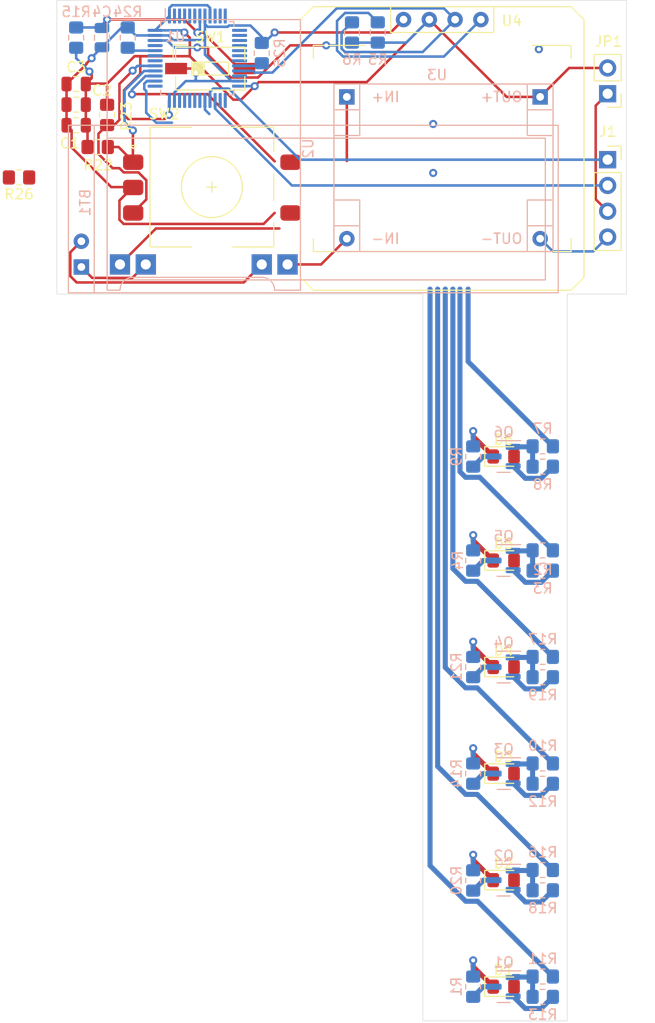
<source format=kicad_pcb>
(kicad_pcb (version 20211014) (generator pcbnew)
  (layers (0 "F.Cu" signal) (31 "B.Cu" signal) (34 "B.Paste" user) (35 "F.Paste" user) (36 "B.SilkS" user "B.Silkscreen") (37 "F.SilkS" user "F.Silkscreen") (38 "B.Mask" user) (39 "F.Mask" user) (44 "Edge.Cuts" user))
  (net 0 "")
  (net 1 "BAT-")
  (net 2 "BAT+")
  (net 3 "GND")
  (net 4 "+3V3")
  (net 5 "Reset")
  (net 6 "Net-(D1-Pad1)")
  (net 7 "Net-(D2-Pad1)")
  (net 8 "Net-(D3-Pad1)")
  (net 9 "Net-(D4-Pad1)")
  (net 10 "Net-(D5-Pad1)")
  (net 11 "Net-(D6-Pad1)")
  (net 12 "VDD")
  (net 13 "DCLK")
  (net 14 "DIO")
  (net 15 "S5")
  (net 16 "SDA")
  (net 17 "SCL")
  (net 18 "S6")
  (net 19 "S3")
  (net 20 "S1")
  (net 21 "S2")
  (net 22 "S4")
  (net 23 "ENC_CLK")
  (net 24 "ENC_DT")
  (net 25 "Net-(R24-Pad1)")
  (net 26 "Net-(R25-Pad2)")
  (net 27 "ENC_BTN")
  (net 50 "CONN+")
  (net 51 "CONN-")
  (net 53 "DSP_SCL")
  (net 54 "DSP_SDA")
  (net 55 "Net-(Q1-Pad1)")
  (net 56 "Net-(Q1-Pad3)")
  (net 57 "Net-(Q2-Pad1)")
  (net 58 "Net-(Q2-Pad3)")
  (net 59 "Net-(Q3-Pad1)")
  (net 60 "Net-(Q3-Pad3)")
  (net 61 "Net-(Q4-Pad1)")
  (net 62 "Net-(Q4-Pad3)")
  (net 63 "Net-(Q5-Pad1)")
  (net 64 "Net-(Q5-Pad3)")
  (net 65 "Net-(Q6-Pad1)")
  (net 66 "Net-(Q6-Pad3)")
  (footprint "Capacitor_SMD:C_0805_2012Metric" (layer "F.Cu") (at 65.532 59.944 180)
    (fp_text reference "C1")
    (fp_text value "C")
  )
  (footprint "Capacitor_SMD:C_0805_2012Metric" (layer "F.Cu") (at 65.532 57.912 180)
    (fp_text reference "C2")
    (fp_text value "C")
  )
  (footprint "Capacitor_SMD:C_0805_2012Metric" (layer "F.Cu") (at 65.532 55.88 180)
    (fp_text reference "C3")
    (fp_text value "C")
  )
  (footprint "LED_SMD:LED_0805_2012Metric_Pad1.15x1.40mm_HandSolder" (layer "F.Cu") (at 107.651 123.837)
    (fp_text reference "D3")
    (fp_text value "LED")
  )
  (footprint "LED_SMD:LED_0805_2012Metric_Pad1.15x1.40mm_HandSolder" (layer "F.Cu") (at 107.651 134.337)
    (fp_text reference "D2")
    (fp_text value "LED")
  )
  (footprint "LED_SMD:LED_0805_2012Metric_Pad1.15x1.40mm_HandSolder" (layer "F.Cu") (at 107.651 113.337)
    (fp_text reference "D4")
    (fp_text value "LED")
  )
  (footprint "Resistor_SMD:R_0805_2012Metric_Pad1.20x1.40mm_HandSolder" (layer "F.Cu") (at 68.58 58.928 -90)
    (fp_text reference "R23")
    (fp_text value "10k")
  )
  (footprint "LED_SMD:LED_0805_2012Metric_Pad1.15x1.40mm_HandSolder" (layer "F.Cu") (at 107.651 102.837)
    (fp_text reference "D5")
    (fp_text value "LED")
  )
  (footprint "LED_SMD:LED_0805_2012Metric_Pad1.15x1.40mm_HandSolder" (layer "F.Cu") (at 107.651 144.837)
    (fp_text reference "D1")
    (fp_text value "LED")
  )
  (footprint "tuner_components:AOC320" (layer "F.Cu") (at 101.6 62.23)
    (fp_text reference "U4")
    (fp_text value "AOC320")
  )
  (footprint "Button_Switch_SMD:SW_DIP_SPSTx01_Slide_6.7x4.1mm_W6.73mm_P2.54mm_LowProfile_JPin" (layer "F.Cu") (at 78.74 54.356)
    (fp_text reference "SW1")
    (fp_text value "SW_DIP_x01")
  )
  (footprint "Resistor_SMD:R_0805_2012Metric_Pad1.20x1.40mm_HandSolder" (layer "F.Cu") (at 67.651 62.087)
    (fp_text reference "R22")
    (fp_text value "10k")
  )
  (footprint "Connector_PinHeader_2.54mm:PinHeader_1x02_P2.54mm_Vertical" (layer "F.Cu") (at 117.901 56.837 180)
    (fp_text reference "JP1")
    (fp_text value "Jumper_2_Bridged")
  )
  (footprint "Connector_PinSocket_2.54mm:PinSocket_1x04_P2.54mm_Vertical" (layer "F.Cu") (at 117.901 63.337)
    (fp_text reference "J1")
    (fp_text value "Conn_01x04")
  )
  (footprint "LED_SMD:LED_0805_2012Metric_Pad1.15x1.40mm_HandSolder" (layer "F.Cu") (at 107.651 92.587)
    (fp_text reference "D6")
    (fp_text value "LED")
  )
  (footprint "tuner_components:EC1102S-4A-F1" (layer "F.Cu") (at 78.901 66.087)
    (fp_text reference "SW2")
    (fp_text value "Rotary_Encoder_Switch")
  )
  (footprint "Resistor_SMD:R_0805_2012Metric_Pad1.20x1.40mm_HandSolder" (layer "F.Cu") (at 59.901 65.087 180)
    (fp_text reference "R26")
    (fp_text value "10k")
  )
  (footprint "Resistor_SMD:R_0805_2012Metric_Pad1.20x1.40mm_HandSolder" (layer "B.Cu") (at 111.506 101.837)
    (fp_text reference "R2")
    (fp_text value "100")
  )
  (footprint "Resistor_SMD:R_0805_2012Metric_Pad1.20x1.40mm_HandSolder" (layer "B.Cu") (at 111.506 103.837 180)
    (fp_text reference "R3")
    (fp_text value "100k")
  )
  (footprint "Resistor_SMD:R_0805_2012Metric_Pad1.20x1.40mm_HandSolder" (layer "B.Cu") (at 104.651 102.837 -90)
    (fp_text reference "R4")
    (fp_text value "100")
  )
  (footprint "Resistor_SMD:R_0805_2012Metric_Pad1.20x1.40mm_HandSolder" (layer "B.Cu") (at 92.71 50.8 -90)
    (fp_text reference "R6")
    (fp_text value "10k")
  )
  (footprint "Resistor_SMD:R_0805_2012Metric_Pad1.20x1.40mm_HandSolder" (layer "B.Cu") (at 111.506 122.837)
    (fp_text reference "R10")
    (fp_text value "100")
  )
  (footprint "Resistor_SMD:R_0805_2012Metric_Pad1.20x1.40mm_HandSolder" (layer "B.Cu") (at 111.506 143.837)
    (fp_text reference "R11")
    (fp_text value "100")
  )
  (footprint "Resistor_SMD:R_0805_2012Metric_Pad1.20x1.40mm_HandSolder" (layer "B.Cu") (at 111.506 124.837 180)
    (fp_text reference "R12")
    (fp_text value "100k")
  )
  (footprint "Resistor_SMD:R_0805_2012Metric_Pad1.20x1.40mm_HandSolder" (layer "B.Cu") (at 104.651 123.837 -90)
    (fp_text reference "R14")
    (fp_text value "100")
  )
  (footprint "Resistor_SMD:R_0805_2012Metric_Pad1.20x1.40mm_HandSolder" (layer "B.Cu") (at 111.506 112.337)
    (fp_text reference "R17")
    (fp_text value "100")
  )
  (footprint "Resistor_SMD:R_0805_2012Metric_Pad1.20x1.40mm_HandSolder" (layer "B.Cu") (at 111.506 135.337 180)
    (fp_text reference "R18")
    (fp_text value "100k")
  )
  (footprint "Resistor_SMD:R_0805_2012Metric_Pad1.20x1.40mm_HandSolder" (layer "B.Cu") (at 111.506 114.337 180)
    (fp_text reference "R19")
    (fp_text value "100k")
  )
  (footprint "Resistor_SMD:R_0805_2012Metric_Pad1.20x1.40mm_HandSolder" (layer "B.Cu") (at 104.651 134.366 -90)
    (fp_text reference "R20")
    (fp_text value "100")
  )
  (footprint "Resistor_SMD:R_0805_2012Metric_Pad1.20x1.40mm_HandSolder" (layer "B.Cu") (at 104.651 113.337 -90)
    (fp_text reference "R21")
    (fp_text value "100")
  )
  (footprint "Resistor_SMD:R_0805_2012Metric_Pad1.20x1.40mm_HandSolder" (layer "B.Cu") (at 70.612 51.308 90)
    (fp_text reference "R24")
    (fp_text value "100k")
  )
  (footprint "Resistor_SMD:R_0805_2012Metric_Pad1.20x1.40mm_HandSolder" (layer "B.Cu") (at 83.82 52.832 -90)
    (fp_text reference "R25")
    (fp_text value "100k")
  )
  (footprint "Resistor_SMD:R_0805_2012Metric_Pad1.20x1.40mm_HandSolder" (layer "B.Cu") (at 111.506 133.337)
    (fp_text reference "R16")
    (fp_text value "100")
  )
  (footprint "Capacitor_SMD:C_0805_2012Metric" (layer "B.Cu") (at 68.072 51.308 -90)
    (fp_text reference "C4")
    (fp_text value "C")
  )
  (footprint "Resistor_SMD:R_0805_2012Metric_Pad1.20x1.40mm_HandSolder" (layer "B.Cu") (at 104.651 144.837 -90)
    (fp_text reference "R1")
    (fp_text value "100")
  )
  (footprint "Resistor_SMD:R_0805_2012Metric_Pad1.20x1.40mm_HandSolder" (layer "B.Cu") (at 111.506 145.837 180)
    (fp_text reference "R13")
    (fp_text value "100k")
  )
  (footprint "tuner_components:TP4056" (layer "B.Cu") (at 77.47 62.23 -90)
    (fp_text reference "U2")
    (fp_text value "TP4056")
  )
  (footprint "Resistor_SMD:R_0805_2012Metric_Pad1.20x1.40mm_HandSolder" (layer "B.Cu") (at 95.25 50.8 -90)
    (fp_text reference "R5")
    (fp_text value "10k")
  )
  (footprint "Package_QFP:LQFP-48_7x7mm_P0.5mm" (layer "B.Cu") (at 77.47 53.34 -90)
    (fp_text reference "U1")
    (fp_text value "STM32F103C8Tx")
  )
  (footprint "tuner_components:MP1584EN" (layer "B.Cu") (at 101.092 64.77)
    (fp_text reference "U3")
    (fp_text value "MP1584EN")
  )
  (footprint "Resistor_SMD:R_0805_2012Metric_Pad1.20x1.40mm_HandSolder" (layer "B.Cu") (at 65.532 51.308 90)
    (fp_text reference "R15")
    (fp_text value "100")
  )
  (footprint "tuner_components:RAC163" (layer "B.Cu") (at 90.17 67.564 180)
    (fp_text reference "BT1")
    (fp_text value "Battery")
  )
  (footprint "Resistor_SMD:R_0805_2012Metric_Pad1.20x1.40mm_HandSolder" (layer "B.Cu") (at 111.506 91.587)
    (fp_text reference "R7")
    (fp_text value "100")
  )
  (footprint "Resistor_SMD:R_0805_2012Metric_Pad1.20x1.40mm_HandSolder" (layer "B.Cu") (at 104.651 92.587 -90)
    (fp_text reference "R9")
    (fp_text value "100")
  )
  (footprint "Resistor_SMD:R_0805_2012Metric_Pad1.20x1.40mm_HandSolder" (layer "B.Cu") (at 111.506 93.587 180)
    (fp_text reference "R8")
    (fp_text value "100k")
  )
  (footprint "Package_TO_SOT_SMD:SOT-23" (layer "B.Cu") (at 107.651 92.587 180)
    (fp_text reference "Q6")
    (fp_text value "2N7002")
  )
  (footprint "Package_TO_SOT_SMD:SOT-23" (layer "B.Cu") (at 107.651 123.837 180)
    (fp_text reference "Q3")
    (fp_text value "2N7002")
  )
  (footprint "Package_TO_SOT_SMD:SOT-23" (layer "B.Cu") (at 107.651 134.337 180)
    (fp_text reference "Q2")
    (fp_text value "2N7002")
  )
  (footprint "Package_TO_SOT_SMD:SOT-23" (layer "B.Cu") (at 107.651 113.337 180)
    (fp_text reference "Q4")
    (fp_text value "2N7002")
  )
  (footprint "Package_TO_SOT_SMD:SOT-23" (layer "B.Cu") (at 107.651 102.837 180)
    (fp_text reference "Q5")
    (fp_text value "2N7002")
  )
  (footprint "Package_TO_SOT_SMD:SOT-23" (layer "B.Cu") (at 107.651 144.837 180)
    (fp_text reference "Q1")
    (fp_text value "2N7002")
  )
  (gr_line (start 113.665 148.209) (end 99.949 148.209) (layer "Edge.Cuts") (width 0.05))
  (gr_line (start 63.627 76.581) (end 63.881 76.581) (layer "Edge.Cuts") (width 0.05))
  (gr_line (start 113.919 139.319) (end 113.919 76.581) (layer "Edge.Cuts") (width 0.05))
  (gr_line (start 119.761 47.625) (end 119.761 47.879) (layer "Edge.Cuts") (width 0.05))
  (gr_line (start 113.919 148.209) (end 113.919 139.319) (layer "Edge.Cuts") (width 0.05))
  (gr_line (start 99.695 76.581) (end 63.881 76.581) (layer "Edge.Cuts") (width 0.05))
  (gr_line (start 63.627 47.625) (end 119.761 47.625) (layer "Edge.Cuts") (width 0.05))
  (gr_line (start 113.665 148.209) (end 113.919 148.209) (layer "Edge.Cuts") (width 0.05))
  (gr_line (start 119.761 76.581) (end 113.919 76.581) (layer "Edge.Cuts") (width 0.05))
  (gr_line (start 119.761 72.771) (end 119.761 47.879) (layer "Edge.Cuts") (width 0.05))
  (gr_line (start 63.627 60.833) (end 63.627 76.581) (layer "Edge.Cuts") (width 0.05))
  (gr_line (start 99.949 148.209) (end 99.695 148.209) (layer "Edge.Cuts") (width 0.05))
  (gr_line (start 99.695 148.209) (end 99.695 76.581) (layer "Edge.Cuts") (width 0.05))
  (gr_line (start 119.761 72.771) (end 119.761 76.581) (layer "Edge.Cuts") (width 0.05))
  (gr_line (start 63.627 60.833) (end 63.627 47.625) (layer "Edge.Cuts") (width 0.05))
  (segment (start 82.044989 75.435011) (end 65.577375 75.435011) (width 0.25) (layer "F.Cu") (net 1))
  (segment (start 83.82 73.66) (end 82.044989 75.435011) (width 0.25) (layer "F.Cu") (net 1))
  (segment (start 64.95299 74.810626) (end 64.95299 72.46101) (width 0.25) (layer "F.Cu") (net 1))
  (segment (start 65.577375 75.435011) (end 64.95299 74.810626) (width 0.25) (layer "F.Cu") (net 1))
  (segment (start 64.95299 72.46101) (end 66.04 71.374) (width 0.25) (layer "F.Cu") (net 1))
  (segment (start 67.111001 74.985001) (end 66.04 73.914) (width 0.25) (layer "F.Cu") (net 2))
  (segment (start 71.064999 74.985001) (end 67.111001 74.985001) (width 0.25) (layer "F.Cu") (net 2))
  (segment (start 72.39 73.66) (end 71.064999 74.985001) (width 0.25) (layer "F.Cu") (net 2))
  (segment (start 69.79499 69.253442) (end 70.208558 69.66701) (width 0.25) (layer "F.Cu") (net 3))
  (segment (start 71.12 66.04) (end 69.79499 67.36501) (width 0.25) (layer "F.Cu") (net 3))
  (segment (start 69.79499 67.36501) (end 69.79499 69.253442) (width 0.25) (layer "F.Cu") (net 3))
  (segment (start 65.080829 62.130019) (end 68.99081 66.04) (width 0.25) (layer "F.Cu") (net 3))
  (segment (start 84.00299 69.66701) (end 85.09 68.58) (width 0.25) (layer "F.Cu") (net 3))
  (segment (start 76.919146 54.356) (end 77.321573 54.758427) (width 0.25) (layer "F.Cu") (net 3))
  (segment (start 70.208558 69.66701) (end 84.00299 69.66701) (width 0.25) (layer "F.Cu") (net 3))
  (segment (start 64.582 59.944) (end 64.582 57.912) (width 0.25) (layer "F.Cu") (net 3))
  (segment (start 70.678 66.04) (end 71.12 66.04) (width 0.25) (layer "F.Cu") (net 3))
  (segment (start 65.080829 60.442829) (end 65.080829 62.130019) (width 0.25) (layer "F.Cu") (net 3))
  (segment (start 75.375 54.356) (end 76.919146 54.356) (width 0.25) (layer "F.Cu") (net 3))
  (segment (start 66.548 53.914) (end 66.548 53.848) (width 0.25) (layer "F.Cu") (net 3))
  (segment (start 68.99081 66.04) (end 71.12 66.04) (width 0.25) (layer "F.Cu") (net 3))
  (segment (start 96.52 50.8) (end 97.79 49.53) (width 0.25) (layer "F.Cu") (net 3))
  (segment (start 66.548 53.848) (end 67.056 53.34) (width 0.25) (layer "F.Cu") (net 3))
  (segment (start 64.582 55.88) (end 66.548 53.914) (width 0.25) (layer "F.Cu") (net 3))
  (segment (start 64.582 57.912) (end 64.582 55.88) (width 0.25) (layer "F.Cu") (net 3))
  (segment (start 85.09 50.8) (end 96.52 50.8) (width 0.25) (layer "F.Cu") (net 3))
  (segment (start 64.582 59.944) (end 65.080829 60.442829) (width 0.25) (layer "F.Cu") (net 3))
  (via (at 111.125 52.451) (size 0.8) (drill 0.4) (layers "F.Cu" "B.Cu") (net 3))
  (via (at 67.056 53.34) (size 0.8) (drill 0.4) (layers "F.Cu" "B.Cu") (net 3))
  (via (at 85.09 50.8) (size 0.8) (drill 0.4) (layers "F.Cu" "B.Cu") (net 3))
  (via (at 77.321573 54.758427) (size 0.8) (drill 0.4) (layers "F.Cu" "B.Cu") (net 3))
  (segment (start 112.506 72.374) (end 111.252 71.12) (width 0.25) (layer "B.Cu") (net 3))
  (segment (start 111.35648 94.73652) (end 109.78802 94.73652) (width 0.5) (layer "B.Cu") (net 3))
  (segment (start 80.585712 50.11499) (end 80.460692 50.24001) (width 0.25) (layer "B.Cu") (net 3))
  (segment (start 111.35648 115.48652) (end 109.78802 115.48652) (width 0.5) (layer "B.Cu") (net 3))
  (segment (start 76.329298 55.59) (end 77.18 55.59) (width 0.25) (layer "B.Cu") (net 3))
  (segment (start 112.506 72.374) (end 116.484 72.374) (width 0.25) (layer "B.Cu") (net 3))
  (segment (start 112.506 103.837) (end 111.35648 104.98652) (width 0.5) (layer "B.Cu") (net 3))
  (segment (start 116.484 72.374) (end 117.901 70.957) (width 0.25) (layer "B.Cu") (net 3))
  (segment (start 75.1 51.55) (end 78.22 51.55) (width 0.25) (layer "B.Cu") (net 3))
  (segment (start 111.35648 146.98652) (end 109.78802 146.98652) (width 0.5) (layer "B.Cu") (net 3))
  (segment (start 78.22 51.55) (end 78.22 49.1775) (width 0.25) (layer "B.Cu") (net 3))
  (segment (start 73.3075 51.09) (end 74.64 51.09) (width 0.25) (layer "B.Cu") (net 3))
  (segment (start 70.022 50.308) (end 70.612 50.308) (width 0.25) (layer "B.Cu") (net 3))
  (segment (start 109.78802 104.98652) (end 108.5885 103.787) (width 0.5) (layer "B.Cu") (net 3))
  (segment (start 67.056 53.34) (end 67.056 53.274) (width 0.25) (layer "B.Cu") (net 3))
  (segment (start 112.506 114.337) (end 111.35648 115.48652) (width 0.5) (layer "B.Cu") (net 3))
  (segment (start 112.506 135.337) (end 111.35648 136.48652) (width 0.5) (layer "B.Cu") (net 3))
  (segment (start 111.35648 125.98652) (end 109.78802 125.98652) (width 0.5) (layer "B.Cu") (net 3))
  (segment (start 77.321573 55.448427) (end 77.18 55.59) (width 0.25) (layer "B.Cu") (net 3))
  (segment (start 111.35648 136.48652) (end 109.78802 136.48652) (width 0.5) (layer "B.Cu") (net 3))
  (segment (start 74.64 51.09) (end 75.1 51.55) (width 0.25) (layer "B.Cu") (net 3))
  (segment (start 78.22 49.1775) (end 78.22 49.980702) (width 0.25) (layer "B.Cu") (net 3))
  (segment (start 112.506 124.837) (end 111.35648 125.98652) (width 0.5) (layer "B.Cu") (net 3))
  (segment (start 73.3075 51.09) (end 71.394 51.09) (width 0.25) (layer "B.Cu") (net 3))
  (segment (start 80.829298 55.59) (end 78.22 52.980702) (width 0.25) (layer "B.Cu") (net 3))
  (segment (start 112.506 145.837) (end 111.35648 146.98652) (width 0.5) (layer "B.Cu") (net 3))
  (segment (start 109.78802 115.48652) (end 108.5885 114.287) (width 0.5) (layer "B.Cu") (net 3))
  (segment (start 109.78802 125.98652) (end 108.5885 124.787) (width 0.5) (layer "B.Cu") (net 3))
  (segment (start 78.479308 50.24001) (end 80.460692 50.24001) (width 0.25) (layer "B.Cu") (net 3))
  (segment (start 111.35648 104.98652) (end 109.78802 104.98652) (width 0.5) (layer "B.Cu") (net 3))
  (segment (start 109.78802 94.73652) (end 108.5885 93.537) (width 0.5) (layer "B.Cu") (net 3))
  (segment (start 112.506 93.587) (end 111.35648 94.73652) (width 0.5) (layer "B.Cu") (net 3))
  (segment (start 75.22 57.5025) (end 75.22 56.699298) (width 0.25) (layer "B.Cu") (net 3))
  (segment (start 84.058 51.832) (end 85.09 50.8) (width 0.25) (layer "B.Cu") (net 3))
  (segment (start 77.321573 54.758427) (end 77.321573 55.448427) (width 0.25) (layer "B.Cu") (net 3))
  (segment (start 78.22 49.980702) (end 78.479308 50.24001) (width 0.25) (layer "B.Cu") (net 3))
  (segment (start 71.394 51.09) (end 70.612 50.308) (width 0.25) (layer "B.Cu") (net 3))
  (segment (start 68.072 52.258) (end 70.022 50.308) (width 0.25) (layer "B.Cu") (net 3))
  (segment (start 83.82 51.832) (end 84.058 51.832) (width 0.25) (layer "B.Cu") (net 3))
  (segment (start 67.056 53.274) (end 68.072 52.258) (width 0.25) (layer "B.Cu") (net 3))
  (segment (start 77.18 55.59) (end 81.6325 55.59) (width 0.25) (layer "B.Cu") (net 3))
  (segment (start 75.22 56.699298) (end 76.329298 55.59) (width 0.25) (layer "B.Cu") (net 3))
  (segment (start 109.78802 146.98652) (end 108.5885 145.787) (width 0.5) (layer "B.Cu") (net 3))
  (segment (start 109.78802 136.48652) (end 108.5885 135.287) (width 0.5) (layer "B.Cu") (net 3))
  (segment (start 83.82 51.832) (end 83.82 51.232) (width 0.25) (layer "B.Cu") (net 3))
  (segment (start 83.82 51.232) (end 82.70299 50.11499) (width 0.25) (layer "B.Cu") (net 3))
  (segment (start 78.22 52.980702) (end 78.22 51.55) (width 0.25) (layer "B.Cu") (net 3))
  (segment (start 81.6325 55.59) (end 80.829298 55.59) (width 0.25) (layer "B.Cu") (net 3))
  (segment (start 82.70299 50.11499) (end 80.585712 50.11499) (width 0.25) (layer "B.Cu") (net 3))
  (segment (start 66.651 62.087) (end 66.651 60.113) (width 0.25) (layer "F.Cu") (net 4))
  (segment (start 71.279999 53.138996) (end 76.727448 53.138996) (width 0.25) (layer "F.Cu") (net 4))
  (segment (start 83.121021 56.09095) (end 83.52102 55.690951) (width 0.25) (layer "F.Cu") (net 4))
  (segment (start 114.105 54.297) (end 111.252 57.15) (width 0.25) (layer "F.Cu") (net 4))
  (segment (start 70.245 56.488457) (end 71.849004 54.884453) (width 0.25) (layer "F.Cu") (net 4))
  (segment (start 66.523005 55.838995) (end 66.482 55.88) (width 0.25) (layer "F.Cu") (net 4))
  (segment (start 74.549 58.801) (end 74.676 58.928) (width 0.25) (layer "F.Cu") (net 4))
  (segment (start 70.644999 59.327999) (end 70.245 58.928) (width 0.25) (layer "F.Cu") (net 4))
  (segment (start 81.009226 57.420774) (end 81.791197 57.420774) (width 0.25) (layer "F.Cu") (net 4))
  (segment (start 67.056 55.306) (end 67.056 54.864) (width 0.25) (layer "F.Cu") (net 4))
  (segment (start 71.279999 53.138996) (end 71.849004 53.138996) (width 0.25) (layer "F.Cu") (net 4))
  (segment (start 70.245 58.928) (end 70.245 56.488457) (width 0.25) (layer "F.Cu") (net 4))
  (segment (start 76.727448 53.138996) (end 76.727448 51.327448) (width 0.25) (layer "F.Cu") (net 4))
  (segment (start 68.58 55.838995) (end 71.279999 53.138996) (width 0.25) (layer "F.Cu") (net 4))
  (segment (start 66.651 60.113) (end 66.482 59.944) (width 0.25) (layer "F.Cu") (net 4))
  (segment (start 74.676 58.928) (end 74.276001 59.327999) (width 0.25) (layer "F.Cu") (net 4))
  (segment (start 66.482 55.88) (end 67.056 55.306) (width 0.25) (layer "F.Cu") (net 4))
  (segment (start 71.849004 53.138996) (end 72.591004 53.138996) (width 0.25) (layer "F.Cu") (net 4))
  (segment (start 94.169049 55.690951) (end 100.33 49.53) (width 0.25) (layer "F.Cu") (net 4))
  (segment (start 68.58 57.928) (end 68.58 55.838995) (width 0.25) (layer "F.Cu") (net 4))
  (segment (start 76.727448 53.138996) (end 81.009226 57.420774) (width 0.25) (layer "F.Cu") (net 4))
  (segment (start 71.849004 54.884453) (end 71.849004 53.138996) (width 0.25) (layer "F.Cu") (net 4))
  (segment (start 111.252 57.15) (end 107.95 57.15) (width 0.25) (layer "F.Cu") (net 4))
  (segment (start 108.73 123.943) (end 108.721 123.952) (width 0.25) (layer "F.Cu") (net 4))
  (segment (start 117.901 54.297) (end 114.105 54.297) (width 0.25) (layer "F.Cu") (net 4))
  (segment (start 83.52102 55.690951) (end 94.169049 55.690951) (width 0.25) (layer "F.Cu") (net 4))
  (segment (start 76.727448 51.327448) (end 76.2 50.8) (width 0.25) (layer "F.Cu") (net 4))
  (segment (start 66.482 55.88) (end 66.482 57.912) (width 0.25) (layer "F.Cu") (net 4))
  (segment (start 81.791197 57.420774) (end 83.121021 56.09095) (width 0.25) (layer "F.Cu") (net 4))
  (segment (start 67.056 54.864) (end 66.839653 54.647653) (width 0.25) (layer "F.Cu") (net 4))
  (segment (start 74.276001 59.327999) (end 70.644999 59.327999) (width 0.25) (layer "F.Cu") (net 4))
  (segment (start 107.95 57.15) (end 100.33 49.53) (width 0.25) (layer "F.Cu") (net 4))
  (segment (start 68.58 55.838995) (end 66.523005 55.838995) (width 0.25) (layer "F.Cu") (net 4))
  (segment (start 66.482 57.912) (end 66.482 59.944) (width 0.25) (layer "F.Cu") (net 4))
  (via (at 66.839653 54.647653) (size 0.8) (drill 0.4) (layers "F.Cu" "B.Cu") (net 4))
  (via (at 83.121021 56.09095) (size 0.8) (drill 0.4) (layers "F.Cu" "B.Cu") (net 4))
  (via (at 76.2 50.8) (size 0.8) (drill 0.4) (layers "F.Cu" "B.Cu") (net 4))
  (via (at 100.711 64.643) (size 0.8) (drill 0.4) (layers "F.Cu" "B.Cu") (net 4))
  (via (at 74.676 58.928) (size 0.8) (drill 0.4) (layers "F.Cu" "B.Cu") (net 4))
  (segment (start 74.72 49.1775) (end 73.3075 50.59) (width 0.25) (layer "B.Cu") (net 4))
  (segment (start 95.25 51.8) (end 98.06 51.8) (width 0.25) (layer "B.Cu") (net 4))
  (segment (start 81.6325 56.09) (end 83.120071 56.09) (width 0.25) (layer "B.Cu") (net 4))
  (segment (start 65.532 53.34) (end 65.532 52.308) (width 0.25) (layer "B.Cu") (net 4))
  (segment (start 78.72 48.374298) (end 78.460692 48.11499) (width 0.25) (layer "B.Cu") (net 4))
  (segment (start 74.72 48.374298) (end 74.72 49.1775) (width 0.25) (layer "B.Cu") (net 4))
  (segment (start 74.676 58.928) (end 74.676 57.5465) (width 0.25) (layer "B.Cu") (net 4))
  (segment (start 74.676 57.5465) (end 74.72 57.5025) (width 0.25) (layer "B.Cu") (net 4))
  (segment (start 78.460692 48.11499) (end 74.979308 48.11499) (width 0.25) (layer "B.Cu") (net 4))
  (segment (start 74.979308 48.11499) (end 74.72 48.374298) (width 0.25) (layer "B.Cu") (net 4))
  (segment (start 83.120071 56.09) (end 83.121021 56.09095) (width 0.25) (layer "B.Cu") (net 4))
  (segment (start 73.3075 50.59) (end 75.99 50.59) (width 0.25) (layer "B.Cu") (net 4))
  (segment (start 92.71 51.8) (end 95.25 51.8) (width 0.25) (layer "B.Cu") (net 4))
  (segment (start 75.99 50.59) (end 76.2 50.8) (width 0.25) (layer "B.Cu") (net 4))
  (segment (start 78.72 49.1775) (end 78.72 48.374298) (width 0.25) (layer "B.Cu") (net 4))
  (segment (start 98.06 51.8) (end 100.33 49.53) (width 0.25) (layer "B.Cu") (net 4))
  (segment (start 66.839653 54.647653) (end 65.532 53.34) (width 0.25) (layer "B.Cu") (net 4))
  (segment (start 95.25 51.8) (end 94.86319 51.8) (width 0.25) (layer "B.Cu") (net 4))
  (segment (start 76.2 49.53) (end 77.47 50.8) (width 0.25) (layer "F.Cu") (net 5))
  (segment (start 68.58 49.53) (end 76.2 49.53) (width 0.25) (layer "F.Cu") (net 5))
  (segment (start 81.591685 54.356) (end 82.105 54.356) (width 0.25) (layer "F.Cu") (net 5))
  (segment (start 77.47 50.8) (end 78.035685 50.8) (width 0.25) (layer "F.Cu") (net 5))
  (segment (start 82.105 54.356) (end 81.28 54.356) (width 0.25) (layer "F.Cu") (net 5))
  (segment (start 78.035685 50.8) (end 81.591685 54.356) (width 0.25) (layer "F.Cu") (net 5))
  (via (at 68.58 49.53) (size 0.8) (drill 0.4) (layers "F.Cu" "B.Cu") (net 5))
  (via (at 77.47 50.8) (size 0.8) (drill 0.4) (layers "F.Cu" "B.Cu") (net 5))
  (segment (start 68.072 50.358) (end 68.072 50.038) (width 0.25) (layer "B.Cu") (net 5))
  (segment (start 65.532 50.308) (end 68.022 50.308) (width 0.25) (layer "B.Cu") (net 5))
  (segment (start 77.71054 49.16804) (end 77.72 49.1775) (width 0.25) (layer "B.Cu") (net 5))
  (segment (start 77.47 50.8) (end 77.72 50.55) (width 0.25) (layer "B.Cu") (net 5))
  (segment (start 77.712851 49.170351) (end 77.72 49.1775) (width 0.25) (layer "B.Cu") (net 5))
  (segment (start 68.072 50.038) (end 68.58 49.53) (width 0.25) (layer "B.Cu") (net 5))
  (segment (start 68.022 50.308) (end 68.072 50.358) (width 0.25) (layer "B.Cu") (net 5))
  (segment (start 77.72 50.55) (end 77.72 49.1775) (width 0.25) (layer "B.Cu") (net 5))
  (segment (start 104.651 142.24) (end 104.651 142.862) (width 0.5) (layer "F.Cu") (net 6))
  (segment (start 104.651 142.862) (end 106.626 144.837) (width 0.5) (layer "F.Cu") (net 6))
  (via (at 104.651 142.24) (size 0.8) (drill 0.4) (layers "F.Cu" "B.Cu") (net 6))
  (segment (start 104.651 143.837) (end 104.651 142.24) (width 0.5) (layer "B.Cu") (net 6))
  (segment (start 104.651 132.362) (end 106.626 134.337) (width 0.5) (layer "F.Cu") (net 7))
  (segment (start 104.651 131.837) (end 104.651 132.362) (width 0.5) (layer "F.Cu") (net 7))
  (via (at 104.651 131.837) (size 0.8) (drill 0.4) (layers "F.Cu" "B.Cu") (net 7))
  (segment (start 104.651 133.366) (end 104.651 131.837) (width 0.5) (layer "B.Cu") (net 7))
  (segment (start 104.651 121.862) (end 106.626 123.837) (width 0.5) (layer "F.Cu") (net 8))
  (segment (start 104.651 121.337) (end 104.651 121.862) (width 0.5) (layer "F.Cu") (net 8))
  (via (at 104.651 121.337) (size 0.8) (drill 0.4) (layers "F.Cu" "B.Cu") (net 8))
  (segment (start 104.651 122.837) (end 104.651 121.337) (width 0.5) (layer "B.Cu") (net 8))
  (segment (start 104.651 111.362) (end 106.626 113.337) (width 0.5) (layer "F.Cu") (net 9))
  (segment (start 104.651 110.837) (end 104.651 111.362) (width 0.5) (layer "F.Cu") (net 9))
  (via (at 104.651 110.837) (size 0.8) (drill 0.4) (layers "F.Cu" "B.Cu") (net 9))
  (segment (start 104.651 112.337) (end 104.651 110.837) (width 0.5) (layer "B.Cu") (net 9))
  (segment (start 104.651 100.337) (end 104.651 100.862) (width 0.5) (layer "F.Cu") (net 10))
  (segment (start 106.671 103.124) (end 106.426 103.124) (width 0.25) (layer "F.Cu") (net 10))
  (segment (start 104.651 100.862) (end 106.626 102.837) (width 0.5) (layer "F.Cu") (net 10))
  (via (at 104.651 100.337) (size 0.8) (drill 0.4) (layers "F.Cu" "B.Cu") (net 10))
  (segment (start 104.651 101.837) (end 104.651 100.337) (width 0.5) (layer "B.Cu") (net 10))
  (segment (start 106.671 92.71) (end 106.671 92.693847) (width 0.25) (layer "F.Cu") (net 11))
  (segment (start 104.651 90.087) (end 104.651 90.612) (width 0.5) (layer "F.Cu") (net 11))
  (segment (start 104.651 90.612) (end 106.626 92.587) (width 0.5) (layer "F.Cu") (net 11))
  (via (at 104.651 90.087) (size 0.8) (drill 0.4) (layers "F.Cu" "B.Cu") (net 11))
  (segment (start 104.651 91.587) (end 104.651 90.087) (width 0.5) (layer "B.Cu") (net 11))
  (segment (start 116.725999 67.241999) (end 117.901 68.417) (width 0.25) (layer "F.Cu") (net 12))
  (segment (start 117.901 56.837) (end 116.725999 58.012001) (width 0.25) (layer "F.Cu") (net 12))
  (segment (start 116.725999 58.012001) (end 116.725999 67.241999) (width 0.25) (layer "F.Cu") (net 12))
  (segment (start 86.791298 65.877) (end 117.901 65.877) (width 0.25) (layer "B.Cu") (net 13))
  (segment (start 79.22 57.5025) (end 79.22 58.305702) (width 0.25) (layer "B.Cu") (net 13))
  (segment (start 79.22 58.305702) (end 86.791298 65.877) (width 0.25) (layer "B.Cu") (net 13))
  (segment (start 79.038626 56.330692) (end 80.56999 56.330692) (width 0.25) (layer "B.Cu") (net 14))
  (segment (start 78.72 57.5025) (end 78.72 56.649318) (width 0.25) (layer "B.Cu") (net 14))
  (segment (start 78.72 56.649318) (end 79.038626 56.330692) (width 0.25) (layer "B.Cu") (net 14))
  (segment (start 87.576298 63.337) (end 117.901 63.337) (width 0.25) (layer "B.Cu") (net 14))
  (segment (start 80.56999 56.330692) (end 87.576298 63.337) (width 0.25) (layer "B.Cu") (net 14))
  (segment (start 103.90004 94.63652) (end 103.35052 94.087) (width 0.5) (layer "B.Cu") (net 15))
  (segment (start 103.35052 94.087) (end 103.35052 76.087) (width 0.5) (layer "B.Cu") (net 15))
  (segment (start 105.30552 94.63652) (end 103.90004 94.63652) (width 0.5) (layer "B.Cu") (net 15))
  (segment (start 112.506 101.837) (end 105.30552 94.63652) (width 0.5) (layer "B.Cu") (net 15))
  (segment (start 91.68499 52.38818) (end 92.02182 52.72501) (width 0.25) (layer "B.Cu") (net 17))
  (segment (start 101.76498 48.42498) (end 102.87 49.53) (width 0.25) (layer "B.Cu") (net 17))
  (segment (start 81.6325 54.59) (end 82.96481 54.59) (width 0.25) (layer "B.Cu") (net 17))
  (segment (start 91.19901 48.42498) (end 101.76498 48.42498) (width 0.25) (layer "B.Cu") (net 17))
  (segment (start 82.96481 54.59) (end 83.13182 54.75701) (width 0.25) (layer "B.Cu") (net 17))
  (segment (start 83.13182 54.75701) (end 84.86698 54.75701) (width 0.25) (layer "B.Cu") (net 17))
  (segment (start 92.02182 52.72501) (end 99.67499 52.72501) (width 0.25) (layer "B.Cu") (net 17))
  (segment (start 81.6325 54.59) (end 81.554 54.59) (width 0.25) (layer "B.Cu") (net 17))
  (segment (start 84.86698 54.75701) (end 91.19901 48.42498) (width 0.25) (layer "B.Cu") (net 17))
  (segment (start 99.67499 52.72501) (end 102.87 49.53) (width 0.25) (layer "B.Cu") (net 17))
  (segment (start 91.68499 50.82501) (end 91.68499 52.38818) (width 0.25) (layer "B.Cu") (net 17))
  (segment (start 81.554 54.59) (end 81.52901 54.61499) (width 0.25) (layer "B.Cu") (net 17))
  (segment (start 92.71 49.8) (end 91.68499 50.82501) (width 0.25) (layer "B.Cu") (net 17))
  (segment (start 78.22 58.406) (end 78.651 58.837) (width 0.25) (layer "B.Cu") (net 18))
  (segment (start 78.22 57.5025) (end 78.22 58.406) (width 0.25) (layer "B.Cu") (net 18))
  (segment (start 104.151 83.232) (end 104.151 76.087) (width 0.5) (layer "B.Cu") (net 18))
  (segment (start 112.506 91.587) (end 104.151 83.232) (width 0.5) (layer "B.Cu") (net 18))
  (segment (start 105.05552 115.38652) (end 103.91125 115.38652) (width 0.5) (layer "B.Cu") (net 19))
  (segment (start 112.506 122.837) (end 105.05552 115.38652) (width 0.5) (layer "B.Cu") (net 19))
  (segment (start 101.901 113.37627) (end 101.901 76.087) (width 0.5) (layer "B.Cu") (net 19))
  (segment (start 103.91125 115.38652) (end 101.901 113.37627) (width 0.5) (layer "B.Cu") (net 19))
  (segment (start 73.3075 55.59) (end 72.504298 55.59) (width 0.25) (layer "B.Cu") (net 20))
  (segment (start 73.412882 59.69) (end 74.975002 59.69) (width 0.25) (layer "B.Cu") (net 20))
  (segment (start 103.91125 136.41552) (end 100.401 132.90527) (width 0.5) (layer "B.Cu") (net 20))
  (segment (start 73.442 55.59) (end 73.46699 55.61499) (width 0.25) (layer "B.Cu") (net 20))
  (segment (start 72.24499 55.849308) (end 72.24499 56.37986) (width 0.25) (layer "B.Cu") (net 20))
  (segment (start 72.434779 58.711897) (end 73.412882 59.69) (width 0.25) (layer "B.Cu") (net 20))
  (segment (start 72.434779 56.569649) (end 72.434779 58.711897) (width 0.25) (layer "B.Cu") (net 20))
  (segment (start 100.401 132.90527) (end 100.401 76.087) (width 0.5) (layer "B.Cu") (net 20))
  (segment (start 105.08452 136.41552) (end 103.91125 136.41552) (width 0.5) (layer "B.Cu") (net 20))
  (segment (start 72.24499 56.37986) (end 72.434779 56.569649) (width 0.25) (layer "B.Cu") (net 20))
  (segment (start 73.3075 55.59) (end 73.442 55.59) (width 0.25) (layer "B.Cu") (net 20))
  (segment (start 112.506 143.837) (end 105.08452 136.41552) (width 0.5) (layer "B.Cu") (net 20))
  (segment (start 72.504298 55.59) (end 72.24499 55.849308) (width 0.25) (layer "B.Cu") (net 20))
  (segment (start 105.05552 125.88652) (end 103.91125 125.88652) (width 0.5) (layer "B.Cu") (net 21))
  (segment (start 112.506 133.337) (end 105.05552 125.88652) (width 0.5) (layer "B.Cu") (net 21))
  (segment (start 101.151 123.12627) (end 101.151 76.087) (width 0.5) (layer "B.Cu") (net 21))
  (segment (start 103.91125 125.88652) (end 101.151 123.12627) (width 0.5) (layer "B.Cu") (net 21))
  (segment (start 102.651 103.63748) (end 102.651 76.087) (width 0.5) (layer "B.Cu") (net 22))
  (segment (start 103.90004 104.88652) (end 102.651 103.63748) (width 0.5) (layer "B.Cu") (net 22))
  (segment (start 112.506 112.337) (end 105.05552 104.88652) (width 0.5) (layer "B.Cu") (net 22))
  (segment (start 105.05552 104.88652) (end 103.90004 104.88652) (width 0.5) (layer "B.Cu") (net 22))
  (segment (start 68.651 62.087) (end 69.707 62.087) (width 0.25) (layer "F.Cu") (net 23))
  (segment (start 71.12 63.5) (end 71.12 60.452) (width 0.25) (layer "F.Cu") (net 23))
  (segment (start 69.707 62.087) (end 71.12 63.5) (width 0.25) (layer "F.Cu") (net 23))
  (via (at 71.12 60.452) (size 0.8) (drill 0.4) (layers "F.Cu" "B.Cu") (net 23))
  (segment (start 72.231478 54.59) (end 70.304044 56.517434) (width 0.25) (layer "B.Cu") (net 23))
  (segment (start 70.304044 56.517434) (end 70.304044 58.287524) (width 0.25) (layer "B.Cu") (net 23))
  (segment (start 70.304044 59.636044) (end 71.12 60.452) (width 0.25) (layer "B.Cu") (net 23))
  (segment (start 73.3075 54.59) (end 72.231478 54.59) (width 0.25) (layer "B.Cu") (net 23))
  (segment (start 70.304044 58.287524) (end 70.304044 59.636044) (width 0.25) (layer "B.Cu") (net 23))
  (segment (start 71.665462 64.58701) (end 70.208558 64.58701) (width 0.25) (layer "F.Cu") (net 24))
  (segment (start 72.44501 65.366558) (end 71.665462 64.58701) (width 0.25) (layer "F.Cu") (net 24))
  (segment (start 70.208558 64.58701) (end 69.79499 64.173442) (width 0.25) (layer "F.Cu") (net 24))
  (segment (start 72.44501 67.25499) (end 72.44501 65.366558) (width 0.25) (layer "F.Cu") (net 24))
  (segment (start 71.12 68.58) (end 72.44501 67.25499) (width 0.25) (layer "F.Cu") (net 24))
  (segment (start 69.28 59.928) (end 69.79499 59.41301) (width 0.25) (layer "F.Cu") (net 24))
  (segment (start 69.124252 64.173442) (end 67.72599 62.77518) (width 0.25) (layer "F.Cu") (net 24))
  (segment (start 67.72599 60.78201) (end 68.58 59.928) (width 0.25) (layer "F.Cu") (net 24))
  (segment (start 69.79499 64.173442) (end 69.124252 64.173442) (width 0.25) (layer "F.Cu") (net 24))
  (segment (start 68.58 59.928) (end 69.28 59.928) (width 0.25) (layer "F.Cu") (net 24))
  (segment (start 67.72599 62.77518) (end 67.72599 60.78201) (width 0.25) (layer "F.Cu") (net 24))
  (segment (start 69.79499 59.41301) (end 69.79499 55.865465) (width 0.25) (layer "F.Cu") (net 24))
  (segment (start 69.79499 55.865465) (end 71.096543 54.563912) (width 0.25) (layer "F.Cu") (net 24))
  (via (at 71.096543 54.563912) (size 0.8) (drill 0.4) (layers "F.Cu" "B.Cu") (net 24))
  (segment (start 71.096543 54.563912) (end 71.570455 54.09) (width 0.25) (layer "B.Cu") (net 24))
  (segment (start 71.570455 54.09) (end 73.3075 54.09) (width 0.25) (layer "B.Cu") (net 24))
  (segment (start 70.894 52.59) (end 73.3075 52.59) (width 0.25) (layer "B.Cu") (net 25))
  (segment (start 70.612 52.308) (end 70.894 52.59) (width 0.25) (layer "B.Cu") (net 25))
  (segment (start 81.6325 54.09) (end 83.562 54.09) (width 0.25) (layer "B.Cu") (net 26))
  (segment (start 83.562 54.09) (end 83.82 53.832) (width 0.25) (layer "B.Cu") (net 26))
  (segment (start 71.049055 56.87599) (end 71.029045 56.896) (width 0.25) (layer "F.Cu") (net 27))
  (segment (start 85.09 63.5) (end 78.46599 56.87599) (width 0.25) (layer "F.Cu") (net 27))
  (segment (start 78.46599 56.87599) (end 71.049055 56.87599) (width 0.25) (layer "F.Cu") (net 27))
  (segment (start 71.064691 57.00299) (end 71.029045 57.038636) (width 0.25) (layer "F.Cu") (net 27))
  (via (at 71.029045 56.896) (size 0.8) (drill 0.4) (layers "F.Cu" "B.Cu") (net 27))
  (via (at 100.711 59.817) (size 0.8) (drill 0.4) (layers "F.Cu" "B.Cu") (net 27))
  (segment (start 71.029045 56.428843) (end 71.029045 56.896) (width 0.25) (layer "B.Cu") (net 27))
  (segment (start 71.029045 56.428843) (end 72.367888 55.09) (width 0.25) (layer "B.Cu") (net 27))
  (segment (start 72.367888 55.09) (end 73.3075 55.09) (width 0.25) (layer "B.Cu") (net 27))
  (segment (start 69.85 73.66) (end 73.392981 70.117019) (width 0.25) (layer "F.Cu") (net 50))
  (segment (start 92.202 63.466452) (end 92.202 62.958452) (width 0.25) (layer "F.Cu") (net 50))
  (segment (start 92.202 62.958452) (end 92.202 57.15) (width 0.25) (layer "F.Cu") (net 50))
  (segment (start 73.392981 70.117019) (end 85.551433 70.117019) (width 0.25) (layer "F.Cu") (net 50))
  (segment (start 86.36 73.66) (end 89.662 73.66) (width 0.25) (layer "F.Cu") (net 51))
  (segment (start 89.662 73.66) (end 92.202 71.12) (width 0.25) (layer "F.Cu") (net 51))
  (segment (start 86.616002 52.07) (end 90.17 52.07) (width 0.25) (layer "F.Cu") (net 54))
  (segment (start 80.764999 55.241001) (end 83.445001 55.241001) (width 0.25) (layer "F.Cu") (net 54))
  (segment (start 77.47 52.275) (end 78.535 52.275) (width 0.25) (layer "F.Cu") (net 54))
  (segment (start 78.535 52.275) (end 78.535 53.011002) (width 0.25) (layer "F.Cu") (net 54))
  (segment (start 83.445001 55.241001) (end 86.616002 52.07) (width 0.25) (layer "F.Cu") (net 54))
  (segment (start 78.535 53.011002) (end 80.764999 55.241001) (width 0.25) (layer "F.Cu") (net 54))
  (via (at 90.17 52.07) (size 0.8) (drill 0.4) (layers "F.Cu" "B.Cu") (net 54))
  (via (at 77.47 52.275) (size 0.8) (drill 0.4) (layers "F.Cu" "B.Cu") (net 54))
  (segment (start 94.32499 48.87499) (end 92.02182 48.87499) (width 0.25) (layer "B.Cu") (net 54))
  (segment (start 74.50359 51.59) (end 75.18859 52.275) (width 0.25) (layer "B.Cu") (net 54))
  (segment (start 101.76498 53.17502) (end 105.41 49.53) (width 0.25) (layer "B.Cu") (net 54))
  (segment (start 73.3075 51.59) (end 74.50359 51.59) (width 0.25) (layer "B.Cu") (net 54))
  (segment (start 95.25 49.8) (end 94.32499 48.87499) (width 0.25) (layer "B.Cu") (net 54))
  (segment (start 91.23498 49.66183) (end 91.234981 52.574581) (width 0.25) (layer "B.Cu") (net 54))
  (segment (start 91.83542 53.17502) (end 101.76498 53.17502) (width 0.25) (layer "B.Cu") (net 54))
  (segment (start 92.02182 48.87499) (end 91.23498 49.66183) (width 0.25) (layer "B.Cu") (net 54))
  (segment (start 73.3075 51.59) (end 73.28251 51.56501) (width 0.25) (layer "B.Cu") (net 54))
  (segment (start 91.234981 52.574581) (end 91.83542 53.17502) (width 0.25) (layer "B.Cu") (net 54))
  (segment (start 90.17 52.07) (end 91.23498 52.07) (width 0.25) (layer "B.Cu") (net 54))
  (segment (start 75.18859 52.275) (end 77.47 52.275) (width 0.25) (layer "B.Cu") (net 54))
  (segment (start 110.506 143.837) (end 110.506 145.837) (width 0.5) (layer "B.Cu") (net 55))
  (segment (start 110.456 143.887) (end 110.506 143.837) (width 0.5) (layer "B.Cu") (net 55))
  (segment (start 108.5885 143.887) (end 110.456 143.887) (width 0.5) (layer "B.Cu") (net 55))
  (segment (start 105.651 144.837) (end 104.651 145.837) (width 0.5) (layer "B.Cu") (net 56))
  (segment (start 106.7135 144.837) (end 105.651 144.837) (width 0.5) (layer "B.Cu") (net 56))
  (segment (start 110.506 133.337) (end 110.506 135.337) (width 0.5) (layer "B.Cu") (net 57))
  (segment (start 110.456 133.387) (end 110.506 133.337) (width 0.5) (layer "B.Cu") (net 57))
  (segment (start 108.5885 133.387) (end 110.456 133.387) (width 0.5) (layer "B.Cu") (net 57))
  (segment (start 105.68 134.337) (end 104.651 135.366) (width 0.5) (layer "B.Cu") (net 58))
  (segment (start 106.7135 134.337) (end 105.68 134.337) (width 0.5) (layer "B.Cu") (net 58))
  (segment (start 108.5885 122.887) (end 110.456 122.887) (width 0.5) (layer "B.Cu") (net 59))
  (segment (start 110.506 124.837) (end 110.506 122.837) (width 0.5) (layer "B.Cu") (net 59))
  (segment (start 110.456 122.887) (end 110.506 122.837) (width 0.5) (layer "B.Cu") (net 59))
  (segment (start 106.7135 123.837) (end 105.651 123.837) (width 0.5) (layer "B.Cu") (net 60))
  (segment (start 105.651 123.837) (end 104.651 124.837) (width 0.5) (layer "B.Cu") (net 60))
  (segment (start 110.506 114.337) (end 110.506 112.337) (width 0.5) (layer "B.Cu") (net 61))
  (segment (start 108.5885 112.387) (end 110.456 112.387) (width 0.5) (layer "B.Cu") (net 61))
  (segment (start 110.456 112.387) (end 110.506 112.337) (width 0.5) (layer "B.Cu") (net 61))
  (segment (start 105.651 113.337) (end 104.651 114.337) (width 0.5) (layer "B.Cu") (net 62))
  (segment (start 106.7135 113.337) (end 105.651 113.337) (width 0.5) (layer "B.Cu") (net 62))
  (segment (start 108.5885 101.887) (end 110.456 101.887) (width 0.5) (layer "B.Cu") (net 63))
  (segment (start 110.506 101.837) (end 110.506 103.837) (width 0.5) (layer "B.Cu") (net 63))
  (segment (start 110.456 101.887) (end 110.506 101.837) (width 0.5) (layer "B.Cu") (net 63))
  (segment (start 106.7135 102.837) (end 105.651 102.837) (width 0.5) (layer "B.Cu") (net 64))
  (segment (start 105.651 102.837) (end 104.651 103.837) (width 0.5) (layer "B.Cu") (net 64))
  (segment (start 108.5885 91.637) (end 110.456 91.637) (width 0.5) (layer "B.Cu") (net 65))
  (segment (start 110.506 93.587) (end 110.506 91.587) (width 0.5) (layer "B.Cu") (net 65))
  (segment (start 110.456 91.637) (end 110.506 91.587) (width 0.5) (layer "B.Cu") (net 65))
  (segment (start 106.7135 92.587) (end 105.651 92.587) (width 0.5) (layer "B.Cu") (net 66))
  (segment (start 105.651 92.587) (end 104.651 93.587) (width 0.5) (layer "B.Cu") (net 66))
)
</source>
